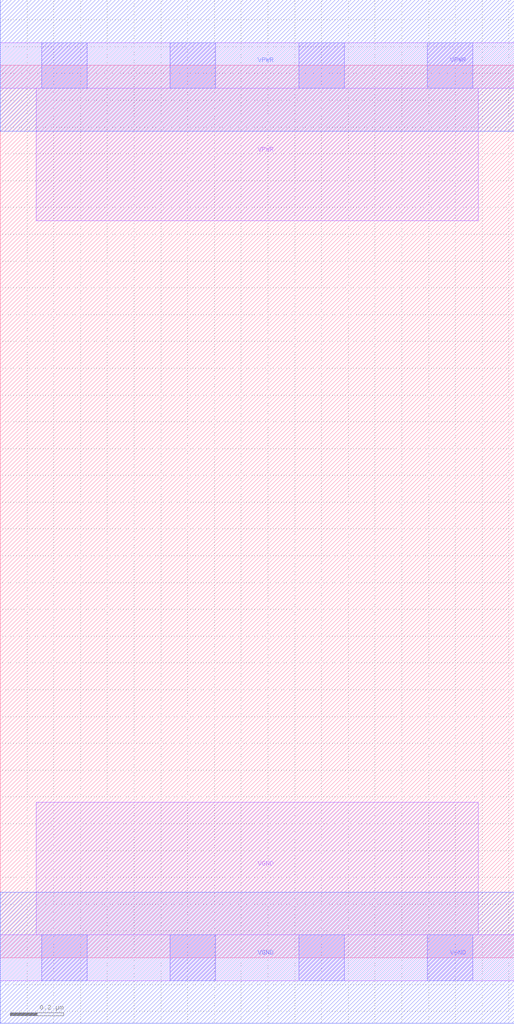
<source format=lef>
# Copyright 2020 The SkyWater PDK Authors
#
# Licensed under the Apache License, Version 2.0 (the "License");
# you may not use this file except in compliance with the License.
# You may obtain a copy of the License at
#
#     https://www.apache.org/licenses/LICENSE-2.0
#
# Unless required by applicable law or agreed to in writing, software
# distributed under the License is distributed on an "AS IS" BASIS,
# WITHOUT WARRANTIES OR CONDITIONS OF ANY KIND, either express or implied.
# See the License for the specific language governing permissions and
# limitations under the License.
#
# SPDX-License-Identifier: Apache-2.0

VERSION 5.7 ;
  NAMESCASESENSITIVE ON ;
  NOWIREEXTENSIONATPIN ON ;
  DIVIDERCHAR "/" ;
  BUSBITCHARS "[]" ;
UNITS
  DATABASE MICRONS 200 ;
END UNITS
MACRO sky130_fd_sc_hs__fill_diode_4
  CLASS CORE ;
  SOURCE USER ;
  FOREIGN sky130_fd_sc_hs__fill_diode_4 ;
  ORIGIN  0.000000  0.000000 ;
  SIZE  1.920000 BY  3.330000 ;
  SYMMETRY X Y ;
  SITE unit ;
  PIN VGND
    DIRECTION INOUT ;
    USE GROUND ;
    PORT
      LAYER li1 ;
        RECT 0.000000 -0.085000 1.920000 0.085000 ;
        RECT 0.135000  0.085000 1.785000 0.580000 ;
      LAYER mcon ;
        RECT 0.155000 -0.085000 0.325000 0.085000 ;
        RECT 0.635000 -0.085000 0.805000 0.085000 ;
        RECT 1.115000 -0.085000 1.285000 0.085000 ;
        RECT 1.595000 -0.085000 1.765000 0.085000 ;
      LAYER met1 ;
        RECT 0.000000 -0.245000 1.920000 0.245000 ;
    END
  END VGND
  PIN VPWR
    DIRECTION INOUT ;
    USE POWER ;
    PORT
      LAYER li1 ;
        RECT 0.000000 3.245000 1.920000 3.415000 ;
        RECT 0.135000 2.750000 1.785000 3.245000 ;
      LAYER mcon ;
        RECT 0.155000 3.245000 0.325000 3.415000 ;
        RECT 0.635000 3.245000 0.805000 3.415000 ;
        RECT 1.115000 3.245000 1.285000 3.415000 ;
        RECT 1.595000 3.245000 1.765000 3.415000 ;
      LAYER met1 ;
        RECT 0.000000 3.085000 1.920000 3.575000 ;
    END
  END VPWR
END sky130_fd_sc_hs__fill_diode_4

</source>
